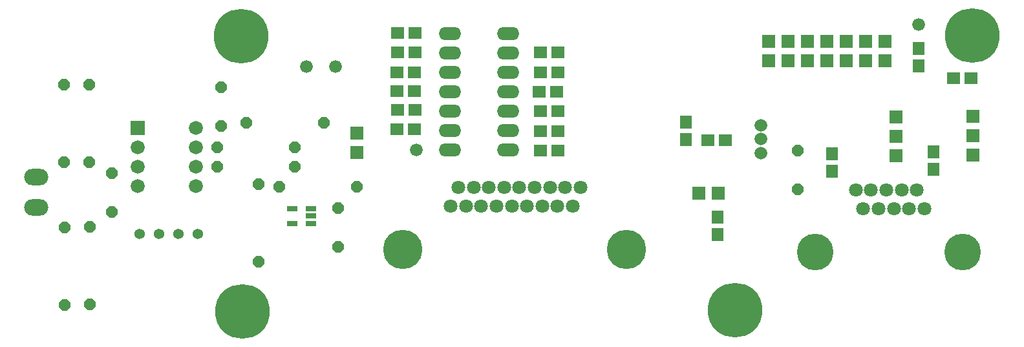
<source format=gbr>
G04 EasyPC Gerber Version 21.0.3 Build 4286 *
G04 #@! TF.Part,Single*
G04 #@! TF.FileFunction,Soldermask,Top *
G04 #@! TF.FilePolarity,Negative *
%FSLAX35Y35*%
%MOIN*%
G04 #@! TA.AperFunction,SMDPad*
%ADD93R,0.06100X0.06600*%
G04 #@! TA.AperFunction,ComponentPad*
%ADD13R,0.06600X0.06600*%
%ADD97R,0.07200X0.07200*%
%ADD96C,0.05364*%
%ADD94C,0.06545*%
G04 #@! TA.AperFunction,WasherPad*
%ADD11C,0.06600*%
G04 #@! TA.AperFunction,ComponentPad*
%ADD89C,0.07096*%
%ADD98C,0.07200*%
%ADD90C,0.18907*%
%ADD91C,0.20285*%
G04 #@! TA.AperFunction,WasherPad*
%ADD86C,0.28159*%
%ADD87O,0.11600X0.06600*%
%ADD88O,0.12411X0.08474*%
G04 #@! TA.AperFunction,SMDPad*
%ADD99R,0.05324X0.02962*%
%ADD92R,0.06600X0.06100*%
G04 #@! TA.AperFunction,ComponentPad*
%AMT95*0 Octagon Pad at angle 0*4,1,8,-0.01200,-0.02900,0.01200,-0.02900,0.02900,-0.01200,0.02900,0.01200,0.01200,0.02900,-0.01200,0.02900,-0.02900,0.01200,-0.02900,-0.01200,-0.01200,-0.02900,0*%
%ADD95T95*%
X0Y0D02*
D02*
D11*
X164522Y152514D03*
X179522D03*
X221116Y109600D03*
X479974Y174069D03*
D02*
D13*
X190329Y108104D03*
Y118104D03*
X366864Y87061D03*
X376864D03*
X402888Y155545D03*
Y165545D03*
X412888Y155545D03*
Y165545D03*
X422888Y155545D03*
Y165545D03*
X432888Y155545D03*
Y165545D03*
X442888Y155545D03*
Y165545D03*
X452888Y155545D03*
Y165545D03*
X462888Y155545D03*
Y165545D03*
X468557Y106589D03*
Y116589D03*
Y126589D03*
X508026Y106982D03*
Y116982D03*
Y126982D03*
D02*
D86*
X130959Y168163D03*
X131549Y26234D03*
X385585Y27022D03*
X507829Y168557D03*
D02*
D87*
X238557Y109600D03*
Y119600D03*
Y129600D03*
Y139600D03*
Y149600D03*
Y159600D03*
Y169600D03*
X268557Y109600D03*
Y119600D03*
Y129600D03*
Y139600D03*
Y149600D03*
Y159600D03*
Y169600D03*
D02*
D88*
X25250Y79896D03*
Y95421D03*
D02*
D89*
X238833Y80467D03*
X242770Y90309D03*
X246707Y80467D03*
X250644Y90309D03*
X254581Y80467D03*
X258518Y90309D03*
X262455Y80467D03*
X266392Y90309D03*
X270329Y80467D03*
X274266Y90309D03*
X278203Y80467D03*
X282140Y90309D03*
X286077Y80467D03*
X290014Y90309D03*
X293951Y80467D03*
X297888Y90309D03*
X301825Y80467D03*
X305762Y90309D03*
X447691Y88931D03*
X451628Y79089D03*
X455565Y88931D03*
X459502Y79089D03*
X463439Y88931D03*
X467376Y79089D03*
X471313Y88931D03*
X475250Y79089D03*
X479187Y88931D03*
X483124Y79089D03*
D02*
D90*
X426825Y56844D03*
X502809D03*
D02*
D91*
X214030Y58222D03*
X329384D03*
D02*
D92*
X211006Y139915D03*
X211183Y149719D03*
X211301Y120230D03*
X211478Y130230D03*
Y169797D03*
X211596Y159856D03*
X220006Y139915D03*
X220183Y149719D03*
X220301Y120230D03*
X220478Y130230D03*
Y169797D03*
X220596Y159856D03*
X284510Y139581D03*
X285002Y109108D03*
Y129581D03*
Y149561D03*
Y159856D03*
X285199Y119305D03*
X293510Y139581D03*
X294002Y109108D03*
Y129581D03*
Y149561D03*
Y159856D03*
X294199Y119305D03*
X371341Y114719D03*
X380341D03*
X498211Y146510D03*
X507211D03*
D02*
D93*
X360289Y115041D03*
Y124041D03*
X376628Y66026D03*
Y75026D03*
X435486Y98604D03*
Y107604D03*
X480171Y152935D03*
Y161935D03*
X487750Y99490D03*
Y108490D03*
D02*
D94*
X398872Y108026D03*
Y115112D03*
Y122199D03*
D02*
D95*
X39620Y103380D03*
Y143380D03*
X39915Y29463D03*
Y69463D03*
X52612Y103380D03*
Y143380D03*
X52809Y29758D03*
Y69758D03*
X64030Y77553D03*
Y97553D03*
X118537Y100742D03*
Y110978D03*
X120624Y121943D03*
Y141943D03*
X133400Y123478D03*
X139719Y51805D03*
Y91805D03*
X150329Y90407D03*
X158537Y100742D03*
Y110978D03*
X173400Y123478D03*
X180860Y59443D03*
Y79443D03*
X190329Y90407D03*
X417967Y89266D03*
Y109266D03*
D02*
D96*
X78459Y66313D03*
X88459D03*
X98459D03*
X108459D03*
D02*
D97*
X77533Y120900D03*
D02*
D98*
Y90900D03*
Y100900D03*
Y110900D03*
X107533Y90900D03*
Y100900D03*
Y110900D03*
Y120900D03*
D02*
D99*
X157041Y71707D03*
Y79187D03*
X166884Y71707D03*
Y75447D03*
Y79187D03*
X0Y0D02*
M02*

</source>
